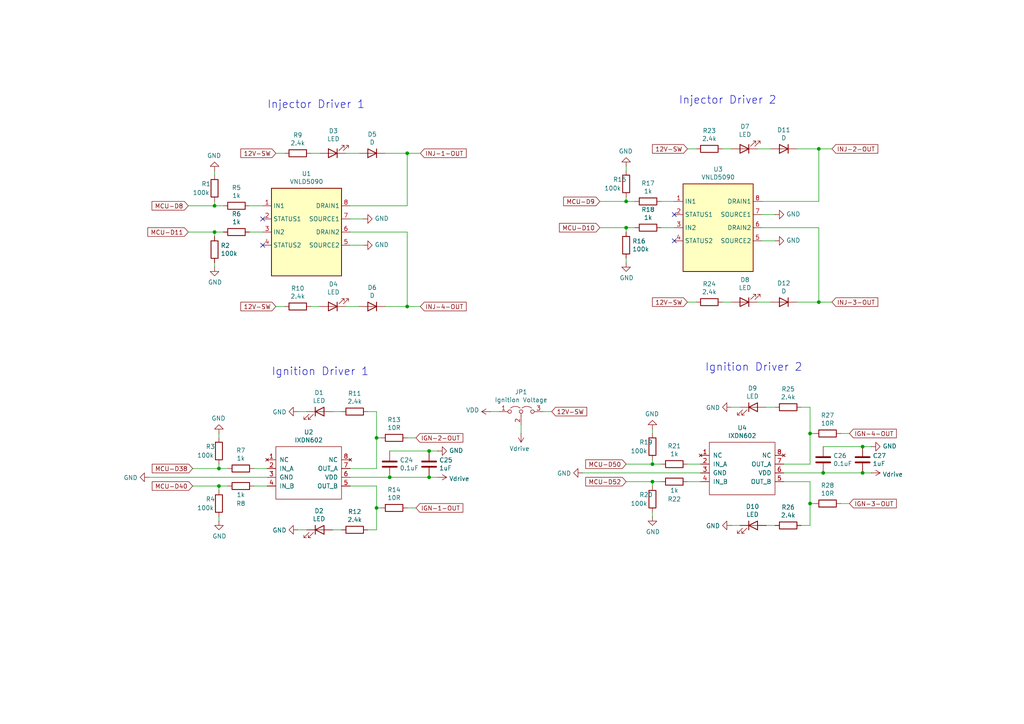
<source format=kicad_sch>
(kicad_sch (version 20250114) (generator "eeschema") (generator_version "9.0")
  (paper "A4")
  (title_block (title "0.4") (date "2021-03-27") (rev "4d") (company "Speeduino"))
  (lib_symbols
    (symbol "Device:C" (pin_numbers (hide yes)) (pin_names (offset 0.254))
      (property "Reference" "C" (at 0.635 2.54 0))
      (property "Value" "C" (at 0.635 -2.54 0))
      (symbol "C_0_1"
        (polyline (pts (xy -2.032 0.762) (xy 2.032 0.762)) (stroke (width 0.508)))
        (polyline (pts (xy -2.032 -0.762) (xy 2.032 -0.762)) (stroke (width 0.508)))
      )
      (symbol "C_1_1"
        (pin passive line (at 0 3.81 270) (length 2.794) (name "~") (number "1"))
        (pin passive line (at 0 -3.81 90) (length 2.794) (name "~") (number "2"))
      )
    )
    (symbol "Device:D" (pin_numbers (hide yes)) (pin_names (offset 1.016) (hide yes))
      (property "Reference" "D" (at 0 2.54 0))
      (property "Value" "D" (at 0 -2.54 0))
      (symbol "D_0_1"
        (polyline (pts (xy -1.27 1.27) (xy -1.27 -1.27)) (stroke (width 0.254)))
        (polyline (pts (xy 1.27 1.27) (xy 1.27 -1.27) (xy -1.27 0) (xy 1.27 1.27)) (stroke (width 0.254)))
        (polyline (pts (xy 1.27 0) (xy -1.27 0)))
      )
      (symbol "D_1_1"
        (pin passive line (at -3.81 0 0) (length 2.54) (name "K") (number "1"))
        (pin passive line (at 3.81 0 180) (length 2.54) (name "A") (number "2"))
      )
    )
    (symbol "Device:LED" (pin_numbers (hide yes)) (pin_names (offset 1.016) (hide yes))
      (property "Reference" "D" (at 0 2.54 0))
      (property "Value" "LED" (at 0 -2.54 0))
      (symbol "LED_0_1"
        (polyline (pts (xy -3.048 -0.762) (xy -4.572 -2.286) (xy -3.81 -2.286) (xy -4.572 -2.286) (xy -4.572 -1.524)))
        (polyline (pts (xy -1.778 -0.762) (xy -3.302 -2.286) (xy -2.54 -2.286) (xy -3.302 -2.286) (xy -3.302 -1.524)))
        (polyline (pts (xy -1.27 0) (xy 1.27 0)))
        (polyline (pts (xy -1.27 -1.27) (xy -1.27 1.27)) (stroke (width 0.254)))
        (polyline (pts (xy 1.27 -1.27) (xy 1.27 1.27) (xy -1.27 0) (xy 1.27 -1.27)) (stroke (width 0.254)))
      )
      (symbol "LED_1_1"
        (pin passive line (at -3.81 0 0) (length 2.54) (name "K") (number "1"))
        (pin passive line (at 3.81 0 180) (length 2.54) (name "A") (number "2"))
      )
    )
    (symbol "Device:R" (pin_numbers (hide yes)) (pin_names (offset 0))
      (property "Reference" "R" (at 2.032 0 90))
      (property "Value" "R" (at 0 0 90))
      (symbol "R_0_1"
        (rectangle (start -1.016 -2.54) (end 1.016 2.54) (stroke (width 0.254)))
      )
      (symbol "R_1_1"
        (pin passive line (at 0 3.81 270) (length 1.27) (name "~") (number "1"))
        (pin passive line (at 0 -3.81 90) (length 1.27) (name "~") (number "2"))
      )
    )
    (symbol "Jumper:Jumper_3_Open" (pin_names (offset 0) (hide yes)) (in_bom no)
      (property "Reference" "JP" (at -2.54 -2.54 0))
      (property "Value" "Jumper_3_Open" (at 0 2.794 0))
      (symbol "Jumper_3_Open_0_0"
        (circle (center -3.302 0) (radius 0.508))
        (circle (center 0 0) (radius 0.508))
        (circle (center 3.302 0) (radius 0.508))
      )
      (symbol "Jumper_3_Open_0_1"
        (arc (start -3.048 1.016) (mid -1.651 1.4992) (end -0.254 1.016))
        (polyline (pts (xy 0 -0.508) (xy 0 -1.27)))
        (arc (start 0.254 1.016) (mid 1.651 1.4992) (end 3.048 1.016))
      )
      (symbol "Jumper_3_Open_1_1"
        (pin passive line (at -6.35 0 0) (length 2.54) (name "A") (number "1"))
        (pin passive line (at 0 -3.81 90) (length 2.54) (name "C") (number "2"))
        (pin passive line (at 6.35 0 180) (length 2.54) (name "B") (number "3"))
      )
    )
    (symbol "power:GND" (power) (pin_numbers (hide yes)) (pin_names (offset 0) (hide yes))
      (property "Value" "GND" (at 0 -3.81 0))
      (symbol "GND_0_1"
        (polyline (pts (xy 0 0) (xy 0 -1.27) (xy 1.27 -1.27) (xy 0 -2.54) (xy -1.27 -1.27) (xy 0 -1.27)))
      )
      (symbol "GND_1_1"
        (pin power_in line (at 0 0 270) (length 0) (name "~") (number "1"))
      )
    )
    (symbol "power:VDD" (power) (pin_numbers (hide yes)) (pin_names (offset 0) (hide yes))
      (property "Value" "VDD" (at 0 3.556 0))
      (symbol "VDD_0_1"
        (polyline (pts (xy -0.762 1.27) (xy 0 2.54)))
        (polyline (pts (xy 0 2.54) (xy 0.762 1.27)))
        (polyline (pts (xy 0 0) (xy 0 2.54)))
      )
      (symbol "VDD_1_1"
        (pin power_in line (at 0 0 90) (length 0) (name "~") (number "1"))
      )
    )
    (symbol "power:Vdrive" (power) (pin_numbers (hide yes)) (pin_names (offset 0) (hide yes))
      (property "Value" "Vdrive" (at 0 3.556 0))
      (symbol "Vdrive_0_1"
        (polyline (pts (xy -0.762 1.27) (xy 0 2.54)))
        (polyline (pts (xy 0 2.54) (xy 0.762 1.27)))
        (polyline (pts (xy 0 0) (xy 0 2.54)))
      )
      (symbol "Vdrive_1_1"
        (pin power_in line (at 0 0 90) (length 0) (name "~") (number "1"))
      )
    )
    (symbol "v0.4.4c-rescue:TC4424A-IC_Automotive" (pin_names (offset 1.016))
      (property "Reference" "U" (at -7.62 38.1 0))
      (property "Value" "v0.4.4c-rescue_TC4424A-IC_Automotive" (at -15.24 38.1 0))
      (symbol "TC4424A-IC_Automotive_0_1"
        (rectangle (start -25.4 36.83) (end -6.35 21.59))
      )
      (symbol "TC4424A-IC_Automotive_1_1"
        (pin no_connect line (at -27.94 33.02 0) (length 2.54) (name "NC") (number "1"))
        (pin input line (at -27.94 30.48 0) (length 2.54) (name "IN_A") (number "2"))
        (pin power_in line (at -27.94 27.94 0) (length 2.54) (name "GND") (number "3"))
        (pin input line (at -27.94 25.4 0) (length 2.54) (name "IN_B") (number "4"))
        (pin no_connect line (at -3.81 33.02 180) (length 2.54) (name "NC") (number "8"))
        (pin output line (at -3.81 30.48 180) (length 2.54) (name "OUT_A") (number "7"))
        (pin power_in line (at -3.81 27.94 180) (length 2.54) (name "VDD") (number "6"))
        (pin input line (at -3.81 25.4 180) (length 2.54) (name "OUT_B") (number "5"))
      )
    )
    (symbol "v0.4.4c-rescue:VNLD5090-IC_Automotive"
      (property "Reference" "U" (at -7.62 11.43 0))
      (property "Value" "v0.4.4c-rescue_VNLD5090-IC_Automotive" (at 12.7 11.43 0))
      (symbol "VNLD5090-IC_Automotive_0_1"
        (rectangle (start -7.62 -15.24) (end 12.7 10.16) (stroke (width 0.254)) (fill (type background)))
      )
      (symbol "VNLD5090-IC_Automotive_1_1"
        (pin input line (at -10.16 5.08 0) (length 2.54) (name "IN1") (number "1"))
        (pin output line (at -10.16 1.27 0) (length 2.54) (name "STATUS1") (number "2"))
        (pin input line (at -10.16 -2.54 0) (length 2.54) (name "IN2") (number "3"))
        (pin output line (at -10.16 -6.35 0) (length 2.54) (name "STATUS2") (number "4"))
        (pin output line (at 15.24 5.08 180) (length 2.54) (name "DRAIN1") (number "8"))
        (pin input line (at 15.24 1.27 180) (length 2.54) (name "SOURCE1") (number "7"))
        (pin output line (at 15.24 -2.54 180) (length 2.54) (name "DRAIN2") (number "6"))
        (pin input line (at 15.24 -6.35 180) (length 2.54) (name "SOURCE2") (number "5"))
      )
    )
  )
  (text "Ignition Driver 2" (at 204.47 107.95 0) (effects (font (size 2.2606 2.2606)) (justify left bottom)))
  (text "Injector Driver 1" (at 77.47 31.75 0) (effects (font (size 2.2606 2.2606)) (justify left bottom)))
  (text "Ignition Driver 1" (at 78.74 109.22 0) (effects (font (size 2.2606 2.2606)) (justify left bottom)))
  (text "Injector Driver 2" (at 196.85 30.48 0) (effects (font (size 2.2606 2.2606)) (justify left bottom)))
  (junction (at 250.19 137.16))
  (junction (at 62.23 59.69))
  (junction (at 118.11 44.45))
  (junction (at 238.76 137.16))
  (junction (at 189.23 134.62))
  (junction (at 118.11 88.9))
  (junction (at 237.49 43.18))
  (junction (at 234.95 146.05))
  (junction (at 189.23 139.7))
  (junction (at 113.03 138.43))
  (junction (at 181.61 58.42))
  (junction (at 109.22 147.32))
  (junction (at 62.23 67.31))
  (junction (at 181.61 66.04))
  (junction (at 124.46 138.43))
  (junction (at 63.5 140.97))
  (junction (at 109.22 127))
  (junction (at 124.46 130.81))
  (junction (at 237.49 87.63))
  (junction (at 63.5 135.89))
  (junction (at 234.95 125.73))
  (junction (at 250.19 129.54))
  (no_connect (at 76.2 63.5))
  (no_connect (at 76.2 71.12))
  (no_connect (at 195.58 62.23))
  (no_connect (at 195.58 69.85))
  (wire (pts (xy 144.78 119.38) (xy 142.24 119.38)))
  (wire (pts (xy 109.22 127) (xy 109.22 135.89)))
  (wire (pts (xy 118.11 127) (xy 120.65 127)))
  (wire (pts (xy 109.22 153.67) (xy 109.22 147.32)))
  (wire (pts (xy 234.95 139.7) (xy 227.33 139.7)))
  (wire (pts (xy 237.49 66.04) (xy 237.49 87.63)))
  (wire (pts (xy 222.25 152.4) (xy 224.79 152.4)))
  (wire (pts (xy 101.6 67.31) (xy 118.11 67.31)))
  (wire (pts (xy 54.61 67.31) (xy 62.23 67.31)))
  (wire (pts (xy 209.55 43.18) (xy 212.09 43.18)))
  (wire (pts (xy 63.5 134.62) (xy 63.5 135.89)))
  (wire (pts (xy 209.55 87.63) (xy 212.09 87.63)))
  (wire (pts (xy 110.49 127) (xy 109.22 127)))
  (wire (pts (xy 63.5 140.97) (xy 63.5 142.24)))
  (wire (pts (xy 181.61 57.15) (xy 181.61 58.42)))
  (wire (pts (xy 106.68 119.38) (xy 109.22 119.38)))
  (wire (pts (xy 101.6 63.5) (xy 105.41 63.5)))
  (wire (pts (xy 118.11 59.69) (xy 118.11 44.45)))
  (wire (pts (xy 124.46 130.81) (xy 113.03 130.81)))
  (wire (pts (xy 212.09 118.11) (xy 214.63 118.11)))
  (wire (pts (xy 109.22 140.97) (xy 101.6 140.97)))
  (wire (pts (xy 73.66 140.97) (xy 77.47 140.97)))
  (wire (pts (xy 222.25 118.11) (xy 224.79 118.11)))
  (wire (pts (xy 54.61 59.69) (xy 62.23 59.69)))
  (wire (pts (xy 121.92 88.9) (xy 118.11 88.9)))
  (wire (pts (xy 62.23 59.69) (xy 64.77 59.69)))
  (wire (pts (xy 109.22 119.38) (xy 109.22 127)))
  (wire (pts (xy 100.33 88.9) (xy 104.14 88.9)))
  (wire (pts (xy 199.39 139.7) (xy 203.2 139.7)))
  (wire (pts (xy 241.3 87.63) (xy 237.49 87.63)))
  (wire (pts (xy 189.23 134.62) (xy 191.77 134.62)))
  (wire (pts (xy 63.5 127) (xy 63.5 125.73)))
  (wire (pts (xy 181.61 58.42) (xy 184.15 58.42)))
  (wire (pts (xy 234.95 146.05) (xy 234.95 139.7)))
  (wire (pts (xy 219.71 87.63) (xy 223.52 87.63)))
  (wire (pts (xy 191.77 139.7) (xy 189.23 139.7)))
  (wire (pts (xy 243.84 125.73) (xy 246.38 125.73)))
  (wire (pts (xy 243.84 146.05) (xy 246.38 146.05)))
  (wire (pts (xy 220.98 58.42) (xy 237.49 58.42)))
  (wire (pts (xy 234.95 152.4) (xy 234.95 146.05)))
  (wire (pts (xy 203.2 137.16) (xy 168.91 137.16)))
  (wire (pts (xy 181.61 134.62) (xy 189.23 134.62)))
  (wire (pts (xy 80.01 88.9) (xy 82.55 88.9)))
  (wire (pts (xy 189.23 139.7) (xy 189.23 140.97)))
  (wire (pts (xy 220.98 66.04) (xy 237.49 66.04)))
  (wire (pts (xy 231.14 43.18) (xy 237.49 43.18)))
  (wire (pts (xy 232.41 152.4) (xy 234.95 152.4)))
  (wire (pts (xy 181.61 139.7) (xy 189.23 139.7)))
  (wire (pts (xy 77.47 138.43) (xy 43.18 138.43)))
  (wire (pts (xy 181.61 76.2) (xy 181.61 74.93)))
  (wire (pts (xy 173.99 66.04) (xy 181.61 66.04)))
  (wire (pts (xy 157.48 119.38) (xy 160.02 119.38)))
  (wire (pts (xy 96.52 119.38) (xy 99.06 119.38)))
  (wire (pts (xy 86.36 119.38) (xy 88.9 119.38)))
  (wire (pts (xy 236.22 146.05) (xy 234.95 146.05)))
  (wire (pts (xy 234.95 134.62) (xy 227.33 134.62)))
  (wire (pts (xy 72.39 67.31) (xy 76.2 67.31)))
  (wire (pts (xy 219.71 43.18) (xy 223.52 43.18)))
  (wire (pts (xy 250.19 129.54) (xy 238.76 129.54)))
  (wire (pts (xy 90.17 44.45) (xy 92.71 44.45)))
  (wire (pts (xy 236.22 125.73) (xy 234.95 125.73)))
  (wire (pts (xy 127 138.43) (xy 124.46 138.43)))
  (wire (pts (xy 55.88 135.89) (xy 63.5 135.89)))
  (wire (pts (xy 199.39 87.63) (xy 201.93 87.63)))
  (wire (pts (xy 231.14 87.63) (xy 237.49 87.63)))
  (wire (pts (xy 252.73 137.16) (xy 250.19 137.16)))
  (wire (pts (xy 151.13 125.73) (xy 151.13 123.19)))
  (wire (pts (xy 189.23 125.73) (xy 189.23 124.46)))
  (wire (pts (xy 63.5 151.13) (xy 63.5 149.86)))
  (wire (pts (xy 127 130.81) (xy 124.46 130.81)))
  (wire (pts (xy 181.61 49.53) (xy 181.61 48.26)))
  (wire (pts (xy 105.41 71.12) (xy 101.6 71.12)))
  (wire (pts (xy 66.04 140.97) (xy 63.5 140.97)))
  (wire (pts (xy 101.6 59.69) (xy 118.11 59.69)))
  (wire (pts (xy 220.98 62.23) (xy 224.79 62.23)))
  (wire (pts (xy 184.15 66.04) (xy 181.61 66.04)))
  (wire (pts (xy 234.95 125.73) (xy 234.95 134.62)))
  (wire (pts (xy 80.01 44.45) (xy 82.55 44.45)))
  (wire (pts (xy 109.22 147.32) (xy 109.22 140.97)))
  (wire (pts (xy 113.03 138.43) (xy 101.6 138.43)))
  (wire (pts (xy 234.95 118.11) (xy 234.95 125.73)))
  (wire (pts (xy 96.52 153.67) (xy 99.06 153.67)))
  (wire (pts (xy 189.23 149.86) (xy 189.23 148.59)))
  (wire (pts (xy 189.23 133.35) (xy 189.23 134.62)))
  (wire (pts (xy 252.73 129.54) (xy 250.19 129.54)))
  (wire (pts (xy 250.19 137.16) (xy 238.76 137.16)))
  (wire (pts (xy 118.11 67.31) (xy 118.11 88.9)))
  (wire (pts (xy 118.11 147.32) (xy 120.65 147.32)))
  (wire (pts (xy 238.76 137.16) (xy 227.33 137.16)))
  (wire (pts (xy 181.61 66.04) (xy 181.61 67.31)))
  (wire (pts (xy 86.36 153.67) (xy 88.9 153.67)))
  (wire (pts (xy 124.46 138.43) (xy 113.03 138.43)))
  (wire (pts (xy 224.79 69.85) (xy 220.98 69.85)))
  (wire (pts (xy 212.09 152.4) (xy 214.63 152.4)))
  (wire (pts (xy 109.22 135.89) (xy 101.6 135.89)))
  (wire (pts (xy 199.39 134.62) (xy 203.2 134.62)))
  (wire (pts (xy 62.23 58.42) (xy 62.23 59.69)))
  (wire (pts (xy 55.88 140.97) (xy 63.5 140.97)))
  (wire (pts (xy 191.77 58.42) (xy 195.58 58.42)))
  (wire (pts (xy 90.17 88.9) (xy 92.71 88.9)))
  (wire (pts (xy 100.33 44.45) (xy 104.14 44.45)))
  (wire (pts (xy 111.76 44.45) (xy 118.11 44.45)))
  (wire (pts (xy 232.41 118.11) (xy 234.95 118.11)))
  (wire (pts (xy 191.77 66.04) (xy 195.58 66.04)))
  (wire (pts (xy 241.3 43.18) (xy 237.49 43.18)))
  (wire (pts (xy 199.39 43.18) (xy 201.93 43.18)))
  (wire (pts (xy 64.77 67.31) (xy 62.23 67.31)))
  (wire (pts (xy 111.76 88.9) (xy 118.11 88.9)))
  (wire (pts (xy 62.23 67.31) (xy 62.23 68.58)))
  (wire (pts (xy 106.68 153.67) (xy 109.22 153.67)))
  (wire (pts (xy 62.23 50.8) (xy 62.23 49.53)))
  (wire (pts (xy 63.5 135.89) (xy 66.04 135.89)))
  (wire (pts (xy 237.49 58.42) (xy 237.49 43.18)))
  (wire (pts (xy 110.49 147.32) (xy 109.22 147.32)))
  (wire (pts (xy 62.23 77.47) (xy 62.23 76.2)))
  (wire (pts (xy 121.92 44.45) (xy 118.11 44.45)))
  (wire (pts (xy 73.66 135.89) (xy 77.47 135.89)))
  (wire (pts (xy 72.39 59.69) (xy 76.2 59.69)))
  (wire (pts (xy 173.99 58.42) (xy 181.61 58.42)))
  (global_label "INJ-3-OUT" (shape input) (at 241.3 87.63 0) (property "Intersheetrefs" "${INTERSHEET_REFS}" (effects (hide yes))))
  (global_label "IGN-4-OUT" (shape input) (at 246.38 125.73 0) (property "Intersheetrefs" "${INTERSHEET_REFS}" (effects (hide yes))))
  (global_label "12V-SW" (shape input) (at 80.01 88.9 180) (property "Intersheetrefs" "${INTERSHEET_REFS}" (effects (hide yes))))
  (global_label "12V-SW" (shape input) (at 199.39 43.18 180) (property "Intersheetrefs" "${INTERSHEET_REFS}" (effects (hide yes))))
  (global_label "MCU-D10" (shape input) (at 173.99 66.04 180) (property "Intersheetrefs" "${INTERSHEET_REFS}" (effects (hide yes))))
  (global_label "MCU-D11" (shape input) (at 54.61 67.31 180) (property "Intersheetrefs" "${INTERSHEET_REFS}" (effects (hide yes))))
  (global_label "MCU-D50" (shape input) (at 181.61 134.62 180) (property "Intersheetrefs" "${INTERSHEET_REFS}" (effects (hide yes))))
  (global_label "INJ-4-OUT" (shape input) (at 121.92 88.9 0) (property "Intersheetrefs" "${INTERSHEET_REFS}" (effects (hide yes))))
  (global_label "IGN-2-OUT" (shape input) (at 120.65 127 0) (property "Intersheetrefs" "${INTERSHEET_REFS}" (effects (hide yes))))
  (global_label "MCU-D52" (shape input) (at 181.61 139.7 180) (property "Intersheetrefs" "${INTERSHEET_REFS}" (effects (hide yes))))
  (global_label "IGN-3-OUT" (shape input) (at 246.38 146.05 0) (property "Intersheetrefs" "${INTERSHEET_REFS}" (effects (hide yes))))
  (global_label "12V-SW" (shape input) (at 160.02 119.38 0) (property "Intersheetrefs" "${INTERSHEET_REFS}" (effects (hide yes))))
  (global_label "INJ-1-OUT" (shape input) (at 121.92 44.45 0) (property "Intersheetrefs" "${INTERSHEET_REFS}" (effects (hide yes))))
  (global_label "MCU-D38" (shape input) (at 55.88 135.89 180) (property "Intersheetrefs" "${INTERSHEET_REFS}" (effects (hide yes))))
  (global_label "INJ-2-OUT" (shape input) (at 241.3 43.18 0) (property "Intersheetrefs" "${INTERSHEET_REFS}" (effects (hide yes))))
  (global_label "12V-SW" (shape input) (at 80.01 44.45 180) (property "Intersheetrefs" "${INTERSHEET_REFS}" (effects (hide yes))))
  (global_label "MCU-D8" (shape input) (at 54.61 59.69 180) (property "Intersheetrefs" "${INTERSHEET_REFS}" (effects (hide yes))))
  (global_label "MCU-D9" (shape input) (at 173.99 58.42 180) (property "Intersheetrefs" "${INTERSHEET_REFS}" (effects (hide yes))))
  (global_label "IGN-1-OUT" (shape input) (at 120.65 147.32 0) (property "Intersheetrefs" "${INTERSHEET_REFS}" (effects (hide yes))))
  (global_label "MCU-D40" (shape input) (at 55.88 140.97 180) (property "Intersheetrefs" "${INTERSHEET_REFS}" (effects (hide yes))))
  (global_label "12V-SW" (shape input) (at 199.39 87.63 180) (property "Intersheetrefs" "${INTERSHEET_REFS}" (effects (hide yes))))
  (symbol (lib_id "v0.4.4c-rescue:VNLD5090-IC_Automotive") (at 86.36 64.77 0) (unit 1)
    (property "Reference" "U1" (at 88.9 50.3682 0))
    (property "Value" "VNLD5090" (at 88.9 52.6796 0))
    (property "Footprint" "Package_SO:SOIC-8_3.9x4.9mm_P1.27mm" (effects (hide yes)))
    (property "Datasheet" "https://www.st.com/resource/en/datasheet/vnld5090-e.pdf" (effects (hide yes)))
    (property "Manufacturer_Name" "STMicro" (effects (hide yes)))
    (property "Manufacturer_Part_Number" "VNLD5090-E" (effects (hide yes)))
    (property "URL" "https://www.digikey.com.au/products/en?keywords=VNLD5090-E" (effects (hide yes)))
    (property "Digikey Part Number" "497-18682-ND" (effects (hide yes)))
  )
  (symbol (lib_id "power:GND") (at 105.41 63.5 90) (unit 1)
    (property "Reference" "#PWR010" (effects (hide yes)))
    (property "Value" "GND" (at 108.6612 63.373 90) (effects (justify right)))
  )
  (symbol (lib_id "power:GND") (at 105.41 71.12 90) (unit 1)
    (property "Reference" "#PWR011" (effects (hide yes)))
    (property "Value" "GND" (at 108.6612 70.993 90) (effects (justify right)))
  )
  (symbol (lib_id "Device:R") (at 68.58 59.69 270) (unit 1)
    (property "Reference" "R5" (at 68.58 54.4322 90))
    (property "Value" "1k" (at 68.58 56.7436 90))
    (property "Footprint" "Resistor_SMD:R_0805_2012Metric" (effects (hide yes)))
    (property "Digikey Part Number" "311-1.00KCRCT-ND" (effects (hide yes)))
    (property "Manufacturer_Name" "Yageo" (effects (hide yes)))
    (property "Manufacturer_Part_Number" "RC0805FR-071KL" (effects (hide yes)))
    (property "URL" "https://www.digikey.com/product-detail/en/yageo/RC0805FR-071KL/311-1.00KCRCT-ND/730391" (effects (hide yes)))
  )
  (symbol (lib_id "Device:R") (at 68.58 67.31 270) (unit 1)
    (property "Reference" "R6" (at 68.58 62.0522 90))
    (property "Value" "1k" (at 68.58 64.3636 90))
    (property "Footprint" "Resistor_SMD:R_0805_2012Metric" (effects (hide yes)))
    (property "Digikey Part Number" "311-1.00KCRCT-ND" (effects (hide yes)))
    (property "Manufacturer_Name" "Yageo" (effects (hide yes)))
    (property "Manufacturer_Part_Number" "RC0805FR-071KL" (effects (hide yes)))
    (property "URL" "https://www.digikey.com/product-detail/en/yageo/RC0805FR-071KL/311-1.00KCRCT-ND/730391" (effects (hide yes)))
  )
  (symbol (lib_id "Device:R") (at 62.23 54.61 180) (unit 1)
    (property "Reference" "R1" (at 58.42 53.34 0) (effects (justify right)))
    (property "Value" "100k" (at 55.88 55.88 0) (effects (justify right)))
    (property "Footprint" "Resistor_SMD:R_0805_2012Metric" (effects (hide yes)))
    (property "Digikey Part Number" "311-100KCRCT-ND" (effects (hide yes)))
    (property "Manufacturer_Name" "Yageo" (effects (hide yes)))
    (property "Manufacturer_Part_Number" "RC0805FR-07100KL" (effects (hide yes)))
    (property "URL" "https://www.digikey.com/product-detail/en/yageo/RC0805FR-07100KL/311-100KCRCT-ND/730491" (effects (hide yes)))
  )
  (symbol (lib_id "Device:R") (at 62.23 72.39 180) (unit 1)
    (property "Reference" "R2" (at 64.008 71.2216 0) (effects (justify right)))
    (property "Value" "100k" (at 64.008 73.533 0) (effects (justify right)))
    (property "Footprint" "Resistor_SMD:R_0805_2012Metric" (effects (hide yes)))
    (property "Digikey Part Number" "311-100KCRCT-ND" (effects (hide yes)))
    (property "Manufacturer_Name" "Yageo" (effects (hide yes)))
    (property "Manufacturer_Part_Number" "RC0805FR-07100KL" (effects (hide yes)))
    (property "URL" "https://www.digikey.com/product-detail/en/yageo/RC0805FR-07100KL/311-100KCRCT-ND/730491" (effects (hide yes)))
  )
  (symbol (lib_id "power:GND") (at 62.23 49.53 180) (unit 1)
    (property "Reference" "#PWR04" (effects (hide yes)))
    (property "Value" "GND" (at 62.103 45.1358 0))
  )
  (symbol (lib_id "power:GND") (at 62.23 77.47 0) (unit 1)
    (property "Reference" "#PWR05" (effects (hide yes)))
    (property "Value" "GND" (at 62.357 81.8642 0))
  )
  (symbol (lib_id "Device:R") (at 86.36 88.9 270) (unit 1)
    (property "Reference" "R10" (at 86.36 83.6422 90))
    (property "Value" "2.4k" (at 86.36 85.9536 90))
    (property "Footprint" "Resistor_SMD:R_0805_2012Metric" (effects (hide yes)))
    (property "Digikey Part Number" "311-2.40KCRCT-ND" (effects (hide yes)))
    (property "Manufacturer_Name" "Yageo" (effects (hide yes)))
    (property "Manufacturer_Part_Number" "RC0805FR-072K4L" (effects (hide yes)))
    (property "URL" "https://www.digikey.com/product-detail/en/yageo/RC0805FR-072K4L/311-2.40KCRCT-ND/730637" (effects (hide yes)))
  )
  (symbol (lib_id "Device:LED") (at 96.52 88.9 180) (unit 1)
    (property "Reference" "D4" (at 96.6978 82.423 0))
    (property "Value" "LED" (at 96.6978 84.7344 0))
    (property "Footprint" "LED_SMD:LED_0805_2012Metric" (effects (hide yes)))
    (property "Digikey Part Number" "475-1415-1-ND" (effects (hide yes)))
    (property "Manufacturer_Name" "Osram" (effects (hide yes)))
    (property "Manufacturer_Part_Number" "LH R974-LP-1" (effects (hide yes)))
    (property "URL" "https://www.digikey.com/product-detail/en/osram-opto-semiconductors-inc/LH-R974-LP-1/475-1415-1-ND/1802604" (effects (hide yes)))
  )
  (symbol (lib_id "Device:R") (at 86.36 44.45 270) (unit 1)
    (property "Reference" "R9" (at 86.36 39.1922 90))
    (property "Value" "2.4k" (at 86.36 41.5036 90))
    (property "Footprint" "Resistor_SMD:R_0805_2012Metric" (effects (hide yes)))
    (property "Digikey Part Number" "311-2.40KCRCT-ND" (effects (hide yes)))
    (property "Manufacturer_Name" "Yageo" (effects (hide yes)))
    (property "Manufacturer_Part_Number" "RC0805FR-072K4L" (effects (hide yes)))
    (property "URL" "https://www.digikey.com/product-detail/en/yageo/RC0805FR-072K4L/311-2.40KCRCT-ND/730637" (effects (hide yes)))
  )
  (symbol (lib_id "Device:LED") (at 96.52 44.45 180) (unit 1)
    (property "Reference" "D3" (at 96.6978 37.973 0))
    (property "Value" "LED" (at 96.6978 40.2844 0))
    (property "Footprint" "LED_SMD:LED_0805_2012Metric" (effects (hide yes)))
    (property "Digikey Part Number" "475-1415-1-ND" (effects (hide yes)))
    (property "Manufacturer_Name" "Osram" (effects (hide yes)))
    (property "Manufacturer_Part_Number" "LH R974-LP-1" (effects (hide yes)))
    (property "URL" "https://www.digikey.com/product-detail/en/osram-opto-semiconductors-inc/LH-R974-LP-1/475-1415-1-ND/1802604" (effects (hide yes)))
  )
  (symbol (lib_id "v0.4.4c-rescue:VNLD5090-IC_Automotive") (at 205.74 63.5 0) (unit 1)
    (property "Reference" "U3" (at 208.28 49.0982 0))
    (property "Value" "VNLD5090" (at 208.28 51.4096 0))
    (property "Footprint" "Package_SO:SOIC-8_3.9x4.9mm_P1.27mm" (effects (hide yes)))
    (property "Datasheet" "https://www.st.com/resource/en/datasheet/vnld5090-e.pdf" (effects (hide yes)))
    (property "Manufacturer_Name" "STMicro" (effects (hide yes)))
    (property "Manufacturer_Part_Number" "VNLD5090-E" (effects (hide yes)))
    (property "URL" "https://www.digikey.com.au/products/en?keywords=VNLD5090-E" (effects (hide yes)))
    (property "Digikey Part Number" "497-18682-ND" (effects (hide yes)))
  )
  (symbol (lib_id "power:GND") (at 224.79 62.23 90) (unit 1)
    (property "Reference" "#PWR020" (effects (hide yes)))
    (property "Value" "GND" (at 228.0412 62.103 90) (effects (justify right)))
  )
  (symbol (lib_id "power:GND") (at 224.79 69.85 90) (unit 1)
    (property "Reference" "#PWR021" (effects (hide yes)))
    (property "Value" "GND" (at 228.0412 69.723 90) (effects (justify right)))
  )
  (symbol (lib_id "Device:R") (at 187.96 58.42 270) (unit 1)
    (property "Reference" "R17" (at 187.96 53.1622 90))
    (property "Value" "1k" (at 187.96 55.4736 90))
    (property "Footprint" "Resistor_SMD:R_0805_2012Metric" (effects (hide yes)))
    (property "Digikey Part Number" "311-1.00KCRCT-ND" (effects (hide yes)))
    (property "Manufacturer_Name" "Yageo" (effects (hide yes)))
    (property "Manufacturer_Part_Number" "RC0805FR-071KL" (effects (hide yes)))
    (property "URL" "https://www.digikey.com/product-detail/en/yageo/RC0805FR-071KL/311-1.00KCRCT-ND/730391" (effects (hide yes)))
  )
  (symbol (lib_id "Device:R") (at 187.96 66.04 270) (unit 1)
    (property "Reference" "R18" (at 187.96 60.7822 90))
    (property "Value" "1k" (at 187.96 63.0936 90))
    (property "Footprint" "Resistor_SMD:R_0805_2012Metric" (effects (hide yes)))
    (property "Digikey Part Number" "311-1.00KCRCT-ND" (effects (hide yes)))
    (property "Manufacturer_Name" "Yageo" (effects (hide yes)))
    (property "Manufacturer_Part_Number" "RC0805FR-071KL" (effects (hide yes)))
    (property "URL" "https://www.digikey.com/product-detail/en/yageo/RC0805FR-071KL/311-1.00KCRCT-ND/730391" (effects (hide yes)))
  )
  (symbol (lib_id "Device:R") (at 181.61 53.34 180) (unit 1)
    (property "Reference" "R15" (at 177.8 52.07 0) (effects (justify right)))
    (property "Value" "100k" (at 175.26 54.61 0) (effects (justify right)))
    (property "Footprint" "Resistor_SMD:R_0805_2012Metric" (effects (hide yes)))
    (property "Digikey Part Number" "311-100KCRCT-ND" (effects (hide yes)))
    (property "Manufacturer_Name" "Yageo" (effects (hide yes)))
    (property "Manufacturer_Part_Number" "RC0805FR-07100KL" (effects (hide yes)))
    (property "URL" "https://www.digikey.com/product-detail/en/yageo/RC0805FR-07100KL/311-100KCRCT-ND/730491" (effects (hide yes)))
  )
  (symbol (lib_id "Device:R") (at 181.61 71.12 180) (unit 1)
    (property "Reference" "R16" (at 183.388 69.9516 0) (effects (justify right)))
    (property "Value" "100k" (at 183.388 72.263 0) (effects (justify right)))
    (property "Footprint" "Resistor_SMD:R_0805_2012Metric" (effects (hide yes)))
    (property "Digikey Part Number" "311-100KCRCT-ND" (effects (hide yes)))
    (property "Manufacturer_Name" "Yageo" (effects (hide yes)))
    (property "Manufacturer_Part_Number" "RC0805FR-07100KL" (effects (hide yes)))
    (property "URL" "https://www.digikey.com/product-detail/en/yageo/RC0805FR-07100KL/311-100KCRCT-ND/730491" (effects (hide yes)))
  )
  (symbol (lib_id "power:GND") (at 181.61 48.26 180) (unit 1)
    (property "Reference" "#PWR014" (effects (hide yes)))
    (property "Value" "GND" (at 181.483 43.8658 0))
  )
  (symbol (lib_id "power:GND") (at 181.61 76.2 0) (unit 1)
    (property "Reference" "#PWR015" (effects (hide yes)))
    (property "Value" "GND" (at 181.737 80.5942 0))
  )
  (symbol (lib_id "Device:R") (at 205.74 87.63 270) (unit 1)
    (property "Reference" "R24" (at 205.74 82.3722 90))
    (property "Value" "2.4k" (at 205.74 84.6836 90))
    (property "Footprint" "Resistor_SMD:R_0805_2012Metric" (effects (hide yes)))
    (property "Digikey Part Number" "311-2.40KCRCT-ND" (effects (hide yes)))
    (property "Manufacturer_Name" "Yageo" (effects (hide yes)))
    (property "Manufacturer_Part_Number" "RC0805FR-072K4L" (effects (hide yes)))
    (property "URL" "https://www.digikey.com/product-detail/en/yageo/RC0805FR-072K4L/311-2.40KCRCT-ND/730637" (effects (hide yes)))
  )
  (symbol (lib_id "Device:LED") (at 215.9 87.63 180) (unit 1)
    (property "Reference" "D8" (at 216.0778 81.153 0))
    (property "Value" "LED" (at 216.0778 83.4644 0))
    (property "Footprint" "LED_SMD:LED_0805_2012Metric" (effects (hide yes)))
    (property "Digikey Part Number" "475-1415-1-ND" (effects (hide yes)))
    (property "Manufacturer_Name" "Osram" (effects (hide yes)))
    (property "Manufacturer_Part_Number" "LH R974-LP-1" (effects (hide yes)))
    (property "URL" "https://www.digikey.com/product-detail/en/osram-opto-semiconductors-inc/LH-R974-LP-1/475-1415-1-ND/1802604" (effects (hide yes)))
  )
  (symbol (lib_id "Device:R") (at 205.74 43.18 270) (unit 1)
    (property "Reference" "R23" (at 205.74 37.9222 90))
    (property "Value" "2.4k" (at 205.74 40.2336 90))
    (property "Footprint" "Resistor_SMD:R_0805_2012Metric" (effects (hide yes)))
    (property "Digikey Part Number" "311-2.40KCRCT-ND" (effects (hide yes)))
    (property "Manufacturer_Name" "Yageo" (effects (hide yes)))
    (property "Manufacturer_Part_Number" "RC0805FR-072K4L" (effects (hide yes)))
    (property "URL" "https://www.digikey.com/product-detail/en/yageo/RC0805FR-072K4L/311-2.40KCRCT-ND/730637" (effects (hide yes)))
  )
  (symbol (lib_id "Device:LED") (at 215.9 43.18 180) (unit 1)
    (property "Reference" "D7" (at 216.0778 36.703 0))
    (property "Value" "LED" (at 216.0778 39.0144 0))
    (property "Footprint" "LED_SMD:LED_0805_2012Metric" (effects (hide yes)))
    (property "Digikey Part Number" "475-1415-1-ND" (effects (hide yes)))
    (property "Manufacturer_Name" "Osram" (effects (hide yes)))
    (property "Manufacturer_Part_Number" "LH R974-LP-1" (effects (hide yes)))
    (property "URL" "https://www.digikey.com/product-detail/en/osram-opto-semiconductors-inc/LH-R974-LP-1/475-1415-1-ND/1802604" (effects (hide yes)))
  )
  (symbol (lib_id "v0.4.4c-rescue:TC4424A-IC_Automotive") (at 105.41 166.37 0) (unit 1)
    (property "Reference" "U2" (at 89.535 125.349 0))
    (property "Value" "IXDN602" (at 89.535 127.6604 0))
    (property "Footprint" "Package_SO:SOIC-8_3.9x4.9mm_P1.27mm" (effects (hide yes)))
    (property "Digikey Part Number" "212-IXDN602SIACT-ND" (effects (hide yes)))
    (property "Manufacturer_Name" "IXYS" (effects (hide yes)))
    (property "Manufacturer_Part_Number" "IXDN602SIATR" (effects (hide yes)))
    (property "URL" "https://www.digikey.com/en/products/detail/ixys-integrated-circuits-division/IXDN602SIATR/2424695" (effects (hide yes)))
  )
  (symbol (lib_id "Device:R") (at 69.85 135.89 270) (unit 1)
    (property "Reference" "R7" (at 69.85 130.6322 90))
    (property "Value" "1k" (at 69.85 132.9436 90))
    (property "Footprint" "Resistor_SMD:R_0805_2012Metric" (effects (hide yes)))
    (property "Digikey Part Number" "311-1.00KCRCT-ND" (effects (hide yes)))
    (property "Manufacturer_Name" "Yageo" (effects (hide yes)))
    (property "Manufacturer_Part_Number" "RC0805FR-071KL" (effects (hide yes)))
    (property "URL" "https://www.digikey.com/product-detail/en/yageo/RC0805FR-071KL/311-1.00KCRCT-ND/730391" (effects (hide yes)))
  )
  (symbol (lib_id "Device:R") (at 69.85 140.97 270) (unit 1)
    (property "Reference" "R8" (at 69.85 146.05 90))
    (property "Value" "1k" (at 69.85 143.51 90))
    (property "Footprint" "Resistor_SMD:R_0805_2012Metric" (effects (hide yes)))
    (property "Digikey Part Number" "311-1.00KCRCT-ND" (effects (hide yes)))
    (property "Manufacturer_Name" "Yageo" (effects (hide yes)))
    (property "Manufacturer_Part_Number" "RC0805FR-071KL" (effects (hide yes)))
    (property "URL" "https://www.digikey.com/product-detail/en/yageo/RC0805FR-071KL/311-1.00KCRCT-ND/730391" (effects (hide yes)))
  )
  (symbol (lib_id "Device:R") (at 63.5 130.81 180) (unit 1)
    (property "Reference" "R3" (at 59.69 129.54 0) (effects (justify right)))
    (property "Value" "100k" (at 57.15 132.08 0) (effects (justify right)))
    (property "Footprint" "Resistor_SMD:R_0805_2012Metric" (effects (hide yes)))
    (property "Digikey Part Number" "311-100KCRCT-ND" (effects (hide yes)))
    (property "Manufacturer_Name" "Yageo" (effects (hide yes)))
    (property "Manufacturer_Part_Number" "RC0805FR-07100KL" (effects (hide yes)))
    (property "URL" "https://www.digikey.com/product-detail/en/yageo/RC0805FR-07100KL/311-100KCRCT-ND/730491" (effects (hide yes)))
  )
  (symbol (lib_id "Device:R") (at 63.5 146.05 180) (unit 1)
    (property "Reference" "R4" (at 59.69 144.78 0) (effects (justify right)))
    (property "Value" "100k" (at 57.15 147.32 0) (effects (justify right)))
    (property "Footprint" "Resistor_SMD:R_0805_2012Metric" (effects (hide yes)))
    (property "Digikey Part Number" "311-100KCRCT-ND" (effects (hide yes)))
    (property "Manufacturer_Name" "Yageo" (effects (hide yes)))
    (property "Manufacturer_Part_Number" "RC0805FR-07100KL" (effects (hide yes)))
    (property "URL" "https://www.digikey.com/product-detail/en/yageo/RC0805FR-07100KL/311-100KCRCT-ND/730491" (effects (hide yes)))
  )
  (symbol (lib_id "power:GND") (at 63.5 125.73 180) (unit 1)
    (property "Reference" "#PWR06" (effects (hide yes)))
    (property "Value" "GND" (at 63.373 121.3358 0))
  )
  (symbol (lib_id "power:GND") (at 63.5 151.13 0) (unit 1)
    (property "Reference" "#PWR07" (effects (hide yes)))
    (property "Value" "GND" (at 63.627 155.5242 0))
  )
  (symbol (lib_id "power:GND") (at 43.18 138.43 270) (unit 1)
    (property "Reference" "#PWR03" (effects (hide yes)))
    (property "Value" "GND" (at 39.9288 138.557 90) (effects (justify right)))
  )
  (symbol (lib_id "Device:LED") (at 92.71 119.38 0) (unit 1)
    (property "Reference" "D1" (at 92.5322 113.8936 0))
    (property "Value" "LED" (at 92.5322 116.205 0))
    (property "Footprint" "LED_SMD:LED_0805_2012Metric" (effects (hide yes)))
    (property "Digikey Part Number" "475-1415-1-ND" (effects (hide yes)))
    (property "Manufacturer_Name" "Osram" (effects (hide yes)))
    (property "Manufacturer_Part_Number" "LH R974-LP-1" (effects (hide yes)))
    (property "URL" "https://www.digikey.com/product-detail/en/osram-opto-semiconductors-inc/LH-R974-LP-1/475-1415-1-ND/1802604" (effects (hide yes)))
  )
  (symbol (lib_id "power:GND") (at 86.36 119.38 270) (unit 1)
    (property "Reference" "#PWR08" (effects (hide yes)))
    (property "Value" "GND" (at 83.1088 119.507 90) (effects (justify right)))
  )
  (symbol (lib_id "Device:R") (at 102.87 119.38 270) (unit 1)
    (property "Reference" "R11" (at 102.87 114.1222 90))
    (property "Value" "2.4k" (at 102.87 116.4336 90))
    (property "Footprint" "Resistor_SMD:R_0805_2012Metric" (effects (hide yes)))
    (property "Digikey Part Number" "311-2.40KCRCT-ND" (effects (hide yes)))
    (property "Manufacturer_Name" "Yageo" (effects (hide yes)))
    (property "Manufacturer_Part_Number" "RC0805FR-072K4L" (effects (hide yes)))
    (property "URL" "https://www.digikey.com/product-detail/en/yageo/RC0805FR-072K4L/311-2.40KCRCT-ND/730637" (effects (hide yes)))
  )
  (symbol (lib_id "power:VDD") (at 142.24 119.38 90) (unit 1)
    (property "Reference" "#PWR012" (effects (hide yes)))
    (property "Value" "VDD" (at 138.9888 118.9482 90) (effects (justify left)))
  )
  (symbol (lib_id "Device:LED") (at 92.71 153.67 0) (unit 1)
    (property "Reference" "D2" (at 92.5322 148.1836 0))
    (property "Value" "LED" (at 92.5322 150.495 0))
    (property "Footprint" "LED_SMD:LED_0805_2012Metric" (effects (hide yes)))
    (property "Digikey Part Number" "475-1415-1-ND" (effects (hide yes)))
    (property "Manufacturer_Name" "Osram" (effects (hide yes)))
    (property "Manufacturer_Part_Number" "LH R974-LP-1" (effects (hide yes)))
    (property "URL" "https://www.digikey.com/product-detail/en/osram-opto-semiconductors-inc/LH-R974-LP-1/475-1415-1-ND/1802604" (effects (hide yes)))
  )
  (symbol (lib_id "power:GND") (at 86.36 153.67 270) (unit 1)
    (property "Reference" "#PWR09" (effects (hide yes)))
    (property "Value" "GND" (at 83.1088 153.797 90) (effects (justify right)))
  )
  (symbol (lib_id "Device:R") (at 102.87 153.67 270) (unit 1)
    (property "Reference" "R12" (at 102.87 148.4122 90))
    (property "Value" "2.4k" (at 102.87 150.7236 90))
    (property "Footprint" "Resistor_SMD:R_0805_2012Metric" (effects (hide yes)))
    (property "Digikey Part Number" "311-2.40KCRCT-ND" (effects (hide yes)))
    (property "Manufacturer_Name" "Yageo" (effects (hide yes)))
    (property "Manufacturer_Part_Number" "RC0805FR-072K4L" (effects (hide yes)))
    (property "URL" "https://www.digikey.com/product-detail/en/yageo/RC0805FR-072K4L/311-2.40KCRCT-ND/730637" (effects (hide yes)))
  )
  (symbol (lib_id "Device:R") (at 195.58 134.62 270) (unit 1)
    (property "Reference" "R21" (at 195.58 129.3622 90))
    (property "Value" "1k" (at 195.58 131.6736 90))
    (property "Footprint" "Resistor_SMD:R_0805_2012Metric" (effects (hide yes)))
    (property "Digikey Part Number" "311-1.00KCRCT-ND" (effects (hide yes)))
    (property "Manufacturer_Name" "Yageo" (effects (hide yes)))
    (property "Manufacturer_Part_Number" "RC0805FR-071KL" (effects (hide yes)))
    (property "URL" "https://www.digikey.com/product-detail/en/yageo/RC0805FR-071KL/311-1.00KCRCT-ND/730391" (effects (hide yes)))
  )
  (symbol (lib_id "Device:R") (at 195.58 139.7 270) (unit 1)
    (property "Reference" "R22" (at 195.58 144.78 90))
    (property "Value" "1k" (at 195.58 142.24 90))
    (property "Footprint" "Resistor_SMD:R_0805_2012Metric" (effects (hide yes)))
    (property "Digikey Part Number" "311-1.00KCRCT-ND" (effects (hide yes)))
    (property "Manufacturer_Name" "Yageo" (effects (hide yes)))
    (property "Manufacturer_Part_Number" "RC0805FR-071KL" (effects (hide yes)))
    (property "URL" "https://www.digikey.com/product-detail/en/yageo/RC0805FR-071KL/311-1.00KCRCT-ND/730391" (effects (hide yes)))
  )
  (symbol (lib_id "Device:R") (at 189.23 129.54 180) (unit 1)
    (property "Reference" "R19" (at 185.42 128.27 0) (effects (justify right)))
    (property "Value" "100k" (at 182.88 130.81 0) (effects (justify right)))
    (property "Footprint" "Resistor_SMD:R_0805_2012Metric" (effects (hide yes)))
    (property "Digikey Part Number" "311-100KCRCT-ND" (effects (hide yes)))
    (property "Manufacturer_Name" "Yageo" (effects (hide yes)))
    (property "Manufacturer_Part_Number" "RC0805FR-07100KL" (effects (hide yes)))
    (property "URL" "https://www.digikey.com/product-detail/en/yageo/RC0805FR-07100KL/311-100KCRCT-ND/730491" (effects (hide yes)))
  )
  (symbol (lib_id "Device:R") (at 189.23 144.78 180) (unit 1)
    (property "Reference" "R20" (at 185.42 143.51 0) (effects (justify right)))
    (property "Value" "100k" (at 182.88 146.05 0) (effects (justify right)))
    (property "Footprint" "Resistor_SMD:R_0805_2012Metric" (effects (hide yes)))
    (property "Digikey Part Number" "311-100KCRCT-ND" (effects (hide yes)))
    (property "Manufacturer_Name" "Yageo" (effects (hide yes)))
    (property "Manufacturer_Part_Number" "RC0805FR-07100KL" (effects (hide yes)))
    (property "URL" "https://www.digikey.com/product-detail/en/yageo/RC0805FR-07100KL/311-100KCRCT-ND/730491" (effects (hide yes)))
  )
  (symbol (lib_id "power:GND") (at 189.23 124.46 180) (unit 1)
    (property "Reference" "#PWR016" (effects (hide yes)))
    (property "Value" "GND" (at 189.103 120.0658 0))
  )
  (symbol (lib_id "power:GND") (at 189.23 149.86 0) (unit 1)
    (property "Reference" "#PWR017" (effects (hide yes)))
    (property "Value" "GND" (at 189.357 154.2542 0))
  )
  (symbol (lib_id "power:GND") (at 168.91 137.16 270) (unit 1)
    (property "Reference" "#PWR013" (effects (hide yes)))
    (property "Value" "GND" (at 165.6588 137.287 90) (effects (justify right)))
  )
  (symbol (lib_id "Device:LED") (at 218.44 118.11 0) (unit 1)
    (property "Reference" "D9" (at 218.2622 112.6236 0))
    (property "Value" "LED" (at 218.2622 114.935 0))
    (property "Footprint" "LED_SMD:LED_0805_2012Metric" (effects (hide yes)))
    (property "Digikey Part Number" "475-1415-1-ND" (effects (hide yes)))
    (property "Manufacturer_Name" "Osram" (effects (hide yes)))
    (property "Manufacturer_Part_Number" "LH R974-LP-1" (effects (hide yes)))
    (property "URL" "https://www.digikey.com/product-detail/en/osram-opto-semiconductors-inc/LH-R974-LP-1/475-1415-1-ND/1802604" (effects (hide yes)))
  )
  (symbol (lib_id "power:GND") (at 212.09 118.11 270) (unit 1)
    (property "Reference" "#PWR018" (effects (hide yes)))
    (property "Value" "GND" (at 208.8388 118.237 90) (effects (justify right)))
  )
  (symbol (lib_id "Device:R") (at 228.6 118.11 270) (unit 1)
    (property "Reference" "R25" (at 228.6 112.8522 90))
    (property "Value" "2.4k" (at 228.6 115.1636 90))
    (property "Footprint" "Resistor_SMD:R_0805_2012Metric" (effects (hide yes)))
    (property "Digikey Part Number" "311-2.40KCRCT-ND" (effects (hide yes)))
    (property "Manufacturer_Name" "Yageo" (effects (hide yes)))
    (property "Manufacturer_Part_Number" "RC0805FR-072K4L" (effects (hide yes)))
    (property "URL" "https://www.digikey.com/product-detail/en/yageo/RC0805FR-072K4L/311-2.40KCRCT-ND/730637" (effects (hide yes)))
  )
  (symbol (lib_id "Device:R") (at 240.03 125.73 270) (unit 1)
    (property "Reference" "R27" (at 240.03 120.4722 90))
    (property "Value" "10R" (at 240.03 122.7836 90))
    (property "Footprint" "Resistor_SMD:R_1206_3216Metric" (effects (hide yes)))
    (property "Digikey Part Number" "311-10.0FRCT-ND" (effects (hide yes)))
    (property "Manufacturer_Name" "Yageo" (effects (hide yes)))
    (property "Manufacturer_Part_Number" "RC1206FR-0710RL" (effects (hide yes)))
    (property "URL" "https://www.digikey.com/en/products/detail/yageo/RC1206FR-0710RL/728482" (effects (hide yes)))
  )
  (symbol (lib_id "Device:LED") (at 218.44 152.4 0) (unit 1)
    (property "Reference" "D10" (at 218.2622 146.9136 0))
    (property "Value" "LED" (at 218.2622 149.225 0))
    (property "Footprint" "LED_SMD:LED_0805_2012Metric" (effects (hide yes)))
    (property "Digikey Part Number" "475-1415-1-ND" (effects (hide yes)))
    (property "Manufacturer_Name" "Osram" (effects (hide yes)))
    (property "Manufacturer_Part_Number" "LH R974-LP-1" (effects (hide yes)))
    (property "URL" "https://www.digikey.com/product-detail/en/osram-opto-semiconductors-inc/LH-R974-LP-1/475-1415-1-ND/1802604" (effects (hide yes)))
  )
  (symbol (lib_id "power:GND") (at 212.09 152.4 270) (unit 1)
    (property "Reference" "#PWR019" (effects (hide yes)))
    (property "Value" "GND" (at 208.8388 152.527 90) (effects (justify right)))
  )
  (symbol (lib_id "Device:R") (at 228.6 152.4 270) (unit 1)
    (property "Reference" "R26" (at 228.6 147.1422 90))
    (property "Value" "2.4k" (at 228.6 149.4536 90))
    (property "Footprint" "Resistor_SMD:R_0805_2012Metric" (effects (hide yes)))
    (property "Digikey Part Number" "311-2.40KCRCT-ND" (effects (hide yes)))
    (property "Manufacturer_Name" "Yageo" (effects (hide yes)))
    (property "Manufacturer_Part_Number" "RC0805FR-072K4L" (effects (hide yes)))
    (property "URL" "https://www.digikey.com/product-detail/en/yageo/RC0805FR-072K4L/311-2.40KCRCT-ND/730637" (effects (hide yes)))
  )
  (symbol (lib_id "Device:D") (at 227.33 87.63 180) (unit 1)
    (property "Reference" "D12" (at 227.33 82.1436 0))
    (property "Value" "D" (at 227.33 84.455 0))
    (property "Footprint" "Diode_SMD:D_SOD-323" (effects (hide yes)))
    (property "Digikey Part Number" "1N4448WXTPMSCT-ND" (effects (hide yes)))
    (property "Manufacturer_Name" "MCC" (effects (hide yes)))
    (property "Manufacturer_Part_Number" "1N4448WX-TP" (effects (hide yes)))
    (property "URL" "https://www.digikey.com/product-detail/en/micro-commercial-co/1N4448WX-TP/1N4448WXTPMSCT-ND/789338" (effects (hide yes)))
  )
  (symbol (lib_id "Device:D") (at 227.33 43.18 180) (unit 1)
    (property "Reference" "D11" (at 227.33 37.6936 0))
    (property "Value" "D" (at 227.33 40.005 0))
    (property "Footprint" "Diode_SMD:D_SOD-323" (effects (hide yes)))
    (property "Digikey Part Number" "1N4448WXTPMSCT-ND" (effects (hide yes)))
    (property "Manufacturer_Name" "MCC" (effects (hide yes)))
    (property "Manufacturer_Part_Number" "1N4448WX-TP" (effects (hide yes)))
    (property "URL" "https://www.digikey.com/product-detail/en/micro-commercial-co/1N4448WX-TP/1N4448WXTPMSCT-ND/789338" (effects (hide yes)))
  )
  (symbol (lib_id "Device:D") (at 107.95 44.45 180) (unit 1)
    (property "Reference" "D5" (at 107.95 38.9636 0))
    (property "Value" "D" (at 107.95 41.275 0))
    (property "Footprint" "Diode_SMD:D_SOD-323" (effects (hide yes)))
    (property "Digikey Part Number" "1N4448WXTPMSCT-ND" (effects (hide yes)))
    (property "Manufacturer_Name" "MCC" (effects (hide yes)))
    (property "Manufacturer_Part_Number" "1N4448WX-TP" (effects (hide yes)))
    (property "URL" "https://www.digikey.com/product-detail/en/micro-commercial-co/1N4448WX-TP/1N4448WXTPMSCT-ND/789338" (effects (hide yes)))
  )
  (symbol (lib_id "Device:D") (at 107.95 88.9 180) (unit 1)
    (property "Reference" "D6" (at 107.95 83.4136 0))
    (property "Value" "D" (at 107.95 85.725 0))
    (property "Footprint" "Diode_SMD:D_SOD-323" (effects (hide yes)))
    (property "Digikey Part Number" "1N4448WXTPMSCT-ND" (effects (hide yes)))
    (property "Manufacturer_Name" "MCC" (effects (hide yes)))
    (property "Manufacturer_Part_Number" "1N4448WX-TP" (effects (hide yes)))
    (property "URL" "https://www.digikey.com/product-detail/en/micro-commercial-co/1N4448WX-TP/1N4448WXTPMSCT-ND/789338" (effects (hide yes)))
  )
  (symbol (lib_id "Jumper:Jumper_3_Open") (at 151.13 119.38 0) (unit 1)
    (property "Reference" "JP1" (at 151.13 113.6904 0))
    (property "Value" "Ignition Voltage" (at 151.13 116.0018 0))
    (property "Footprint" "Connector_PinHeader_2.54mm:PinHeader_1x03_P2.54mm_Vertical" (effects (hide yes)))
    (property "Digikey Part Number" "952-2263-ND " (effects (hide yes)))
    (property "Manufacturer_Name" "Harwin Inc" (effects (hide yes)))
    (property "Manufacturer_Part_Number" "M20-9990345" (effects (hide yes)))
    (property "URL" "https://www.digikey.com.au/products/en?keywords=M20-9990345" (effects (hide yes)))
  )
  (symbol (lib_id "power:Vdrive") (at 151.13 125.73 180) (unit 1)
    (property "Reference" "#PWR0101" (effects (hide yes)))
    (property "Value" "Vdrive" (at 150.6728 130.1242 0))
  )
  (symbol (lib_id "power:Vdrive") (at 127 138.43 270) (unit 1)
    (property "Reference" "#PWR0102" (effects (hide yes)))
    (property "Value" "Vdrive" (at 130.2512 138.8618 90) (effects (justify left)))
  )
  (symbol (lib_id "power:Vdrive") (at 252.73 137.16 270) (unit 1)
    (property "Reference" "#PWR0103" (effects (hide yes)))
    (property "Value" "Vdrive" (at 255.9812 137.5918 90) (effects (justify left)))
  )
  (symbol (lib_id "Device:C") (at 113.03 134.62 0) (unit 1)
    (property "Reference" "C24" (at 115.951 133.4516 0) (effects (justify left)))
    (property "Value" "0.1uF" (at 115.951 135.763 0) (effects (justify left)))
    (property "Footprint" "Capacitor_SMD:C_0805_2012Metric" (effects (hide yes)))
    (property "Digikey Part Number" "311-1140-1-ND" (effects (hide yes)))
    (property "Manufacturer_Name" "Yageo" (effects (hide yes)))
    (property "Manufacturer_Part_Number" "CC0805KRX7R9BB104" (effects (hide yes)))
    (property "URL" "https://www.digikey.com.au/product-detail/en/yageo/CC0805KRX7R9BB104/311-1140-1-ND/303050" (effects (hide yes)))
    (instances (project "" (path "" (reference "C24") (unit 1)) (path "" (reference "C?") (unit 1))))
  )
  (symbol (lib_id "Device:C") (at 124.46 134.62 0) (unit 1)
    (property "Reference" "C25" (at 127.381 133.4516 0) (effects (justify left)))
    (property "Value" "1uF" (at 127.381 135.763 0) (effects (justify left)))
    (property "Footprint" "Capacitor_SMD:C_0805_2012Metric" (effects (hide yes)))
    (property "Digikey Part Number" "311-1365-1-ND" (effects (hide yes)))
    (property "Manufacturer_Name" "Yageo" (effects (hide yes)))
    (property "Manufacturer_Part_Number" "CC0805KKX7R7BB105" (effects (hide yes)))
    (property "URL" "https://www.digikey.com/product-detail/en/yageo/CC0805KKX7R7BB105/311-1365-1-ND/2103149" (effects (hide yes)))
    (instances (project "" (path "" (reference "C25") (unit 1)) (path "" (reference "C?") (unit 1))))
  )
  (symbol (lib_id "power:GND") (at 127 130.81 90) (unit 1)
    (property "Reference" "#PWR0104" (effects (hide yes)))
    (property "Value" "GND" (at 130.2512 130.683 90) (effects (justify right)))
  )
  (symbol (lib_id "Device:C") (at 238.76 133.35 0) (unit 1)
    (property "Reference" "C26" (at 241.681 132.1816 0) (effects (justify left)))
    (property "Value" "0.1uF" (at 241.681 134.493 0) (effects (justify left)))
    (property "Footprint" "Capacitor_SMD:C_0805_2012Metric" (effects (hide yes)))
    (property "Digikey Part Number" "311-1140-1-ND" (effects (hide yes)))
    (property "Manufacturer_Name" "Yageo" (effects (hide yes)))
    (property "Manufacturer_Part_Number" "CC0805KRX7R9BB104" (effects (hide yes)))
    (property "URL" "https://www.digikey.com.au/product-detail/en/yageo/CC0805KRX7R9BB104/311-1140-1-ND/303050" (effects (hide yes)))
    (instances (project "" (path "" (reference "C26") (unit 1)) (path "" (reference "C?") (unit 1))))
  )
  (symbol (lib_id "Device:C") (at 250.19 133.35 0) (unit 1)
    (property "Reference" "C27" (at 253.111 132.1816 0) (effects (justify left)))
    (property "Value" "1uF" (at 253.111 134.493 0) (effects (justify left)))
    (property "Footprint" "Capacitor_SMD:C_0805_2012Metric" (effects (hide yes)))
    (property "Digikey Part Number" "311-1365-1-ND" (effects (hide yes)))
    (property "Manufacturer_Name" "Yageo" (effects (hide yes)))
    (property "Manufacturer_Part_Number" "CC0805KKX7R7BB105" (effects (hide yes)))
    (property "URL" "https://www.digikey.com/product-detail/en/yageo/CC0805KKX7R7BB105/311-1365-1-ND/2103149" (effects (hide yes)))
    (instances (project "" (path "" (reference "C27") (unit 1)) (path "" (reference "C?") (unit 1))))
  )
  (symbol (lib_id "power:GND") (at 252.73 129.54 90) (unit 1)
    (property "Reference" "#PWR0105" (effects (hide yes)))
    (property "Value" "GND" (at 255.9812 129.413 90) (effects (justify right)))
  )
  (symbol (lib_id "Device:R") (at 240.03 146.05 270) (unit 1)
    (property "Reference" "R28" (at 240.03 140.7922 90))
    (property "Value" "10R" (at 240.03 143.1036 90))
    (property "Footprint" "Resistor_SMD:R_1206_3216Metric" (effects (hide yes)))
    (property "Digikey Part Number" "311-10.0FRCT-ND" (effects (hide yes)))
    (property "Manufacturer_Name" "Yageo" (effects (hide yes)))
    (property "Manufacturer_Part_Number" "RC1206FR-0710RL" (effects (hide yes)))
    (property "URL" "https://www.digikey.com/en/products/detail/yageo/RC1206FR-0710RL/728482" (effects (hide yes)))
  )
  (symbol (lib_id "Device:R") (at 114.3 127 270) (unit 1)
    (property "Reference" "R13" (at 114.3 121.7422 90))
    (property "Value" "10R" (at 114.3 124.0536 90))
    (property "Footprint" "Resistor_SMD:R_1206_3216Metric" (effects (hide yes)))
    (property "Digikey Part Number" "311-10.0FRCT-ND" (effects (hide yes)))
    (property "Manufacturer_Name" "Yageo" (effects (hide yes)))
    (property "Manufacturer_Part_Number" "RC1206FR-0710RL" (effects (hide yes)))
    (property "URL" "https://www.digikey.com/en/products/detail/yageo/RC1206FR-0710RL/728482" (effects (hide yes)))
  )
  (symbol (lib_id "Device:R") (at 114.3 147.32 270) (unit 1)
    (property "Reference" "R14" (at 114.3 142.0622 90))
    (property "Value" "10R" (at 114.3 144.3736 90))
    (property "Footprint" "Resistor_SMD:R_1206_3216Metric" (effects (hide yes)))
    (property "Digikey Part Number" "311-10.0FRCT-ND" (effects (hide yes)))
    (property "Manufacturer_Name" "Yageo" (effects (hide yes)))
    (property "Manufacturer_Part_Number" "RC1206FR-0710RL" (effects (hide yes)))
    (property "URL" "https://www.digikey.com/en/products/detail/yageo/RC1206FR-0710RL/728482" (effects (hide yes)))
  )
  (symbol (lib_id "v0.4.4c-rescue:TC4424A-IC_Automotive") (at 231.14 165.1 0) (unit 1)
    (property "Reference" "U4" (at 215.265 124.079 0))
    (property "Value" "IXDN602" (at 215.265 126.3904 0))
    (property "Footprint" "Package_SO:SOIC-8_3.9x4.9mm_P1.27mm" (effects (hide yes)))
    (property "Digikey Part Number" "212-IXDN602SIACT-ND" (effects (hide yes)))
    (property "Manufacturer_Name" "IXYS" (effects (hide yes)))
    (property "Manufacturer_Part_Number" "IXDN602SIATR" (effects (hide yes)))
    (property "URL" "https://www.digikey.com/en/products/detail/ixys-integrated-circuits-division/IXDN602SIATR/2424695" (effects (hide yes)))
  )
)
</source>
